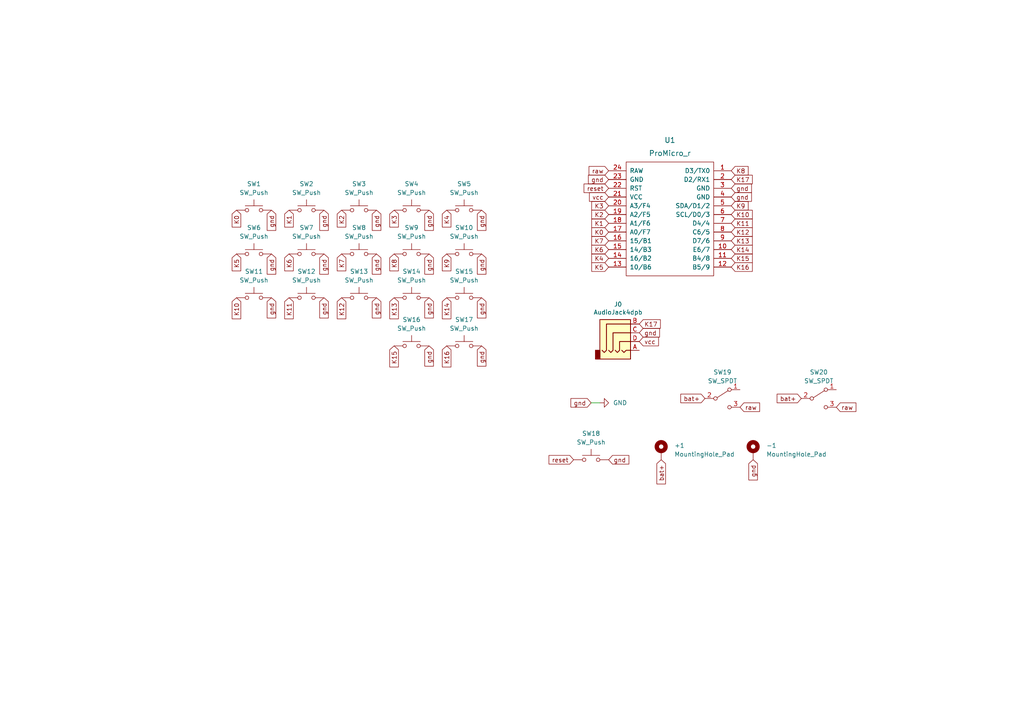
<source format=kicad_sch>
(kicad_sch (version 20211123) (generator eeschema)
  (paper "A4")
  (lib_symbols
    (symbol "Mechanical:MountingHole_Pad" (pin_numbers hide) (pin_names (offset 1.016) hide)
      (property "Reference" "H" (at 0 6.35 0))
      (property "Value" "MountingHole_Pad" (at 0 4.445 0))
      (symbol "MountingHole_Pad_0_1"
        (circle (center 0 1.27) (radius 1.27) (stroke (width 1.27)))
      )
      (symbol "MountingHole_Pad_1_1"
        (pin input line (at 0 -2.54 90) (length 2.54) (name "1") (number "1"))
      )
    )
    (symbol "Switch:SW_Push" (pin_numbers hide) (pin_names (offset 1.016) hide)
      (property "Reference" "SW" (at 1.27 2.54 0))
      (property "Value" "SW_Push" (at 0 -1.524 0))
      (symbol "SW_Push_0_1"
        (circle (center -2.032 0) (radius 0.508))
        (polyline (pts (xy 0 1.27) (xy 0 3.048)))
        (polyline (pts (xy 2.54 1.27) (xy -2.54 1.27)))
        (circle (center 2.032 0) (radius 0.508))
        (pin passive line (at -5.08 0 0) (length 2.54) (name "1") (number "1"))
        (pin passive line (at 5.08 0 180) (length 2.54) (name "2") (number "2"))
      )
    )
    (symbol "Switch:SW_SPDT" (pin_names (offset 0) hide)
      (property "Reference" "SW" (at 0 4.318 0))
      (property "Value" "SW_SPDT" (at 0 -5.08 0))
      (symbol "SW_SPDT_0_0"
        (circle (center -2.032 0) (radius 0.508))
        (circle (center 2.032 -2.54) (radius 0.508))
      )
      (symbol "SW_SPDT_0_1"
        (polyline (pts (xy -1.524 0.254) (xy 1.651 2.286)))
        (circle (center 2.032 2.54) (radius 0.508))
      )
      (symbol "SW_SPDT_1_1"
        (pin passive line (at 5.08 2.54 180) (length 2.54) (name "A") (number "1"))
        (pin passive line (at -5.08 0 0) (length 2.54) (name "B") (number "2"))
        (pin passive line (at 5.08 -2.54 180) (length 2.54) (name "C") (number "3"))
      )
    )
    (symbol "kbd:ProMicro_r" (pin_names (offset 1.016))
      (property "Reference" "U" (at 1.27 22.86 0))
      (property "Value" "ProMicro_r" (at 1.27 -15.24 0))
      (symbol "ProMicro_r_0_1"
        (rectangle (start 13.97 20.32) (end -11.43 -12.7))
      )
      (symbol "ProMicro_r_1_1"
        (pin bidirectional line (at 19.05 17.78 180) (length 5.08) (name "D3/TX0") (number "1"))
        (pin bidirectional line (at 19.05 -5.08 180) (length 5.08) (name "E6/7") (number "10"))
        (pin bidirectional line (at 19.05 -7.62 180) (length 5.08) (name "B4/8") (number "11"))
        (pin bidirectional line (at 19.05 -10.16 180) (length 5.08) (name "B5/9") (number "12"))
        (pin bidirectional line (at -16.51 -10.16 0) (length 5.08) (name "10/B6") (number "13"))
        (pin bidirectional line (at -16.51 -7.62 0) (length 5.08) (name "16/B2") (number "14"))
        (pin bidirectional line (at -16.51 -5.08 0) (length 5.08) (name "14/B3") (number "15"))
        (pin bidirectional line (at -16.51 -2.54 0) (length 5.08) (name "15/B1") (number "16"))
        (pin bidirectional line (at -16.51 0 0) (length 5.08) (name "A0/F7") (number "17"))
        (pin bidirectional line (at -16.51 2.54 0) (length 5.08) (name "A1/F6") (number "18"))
        (pin bidirectional line (at -16.51 5.08 0) (length 5.08) (name "A2/F5") (number "19"))
        (pin bidirectional line (at 19.05 15.24 180) (length 5.08) (name "D2/RX1") (number "2"))
        (pin bidirectional line (at -16.51 7.62 0) (length 5.08) (name "A3/F4") (number "20"))
        (pin power_in line (at -16.51 10.16 0) (length 5.08) (name "VCC") (number "21"))
        (pin input line (at -16.51 12.7 0) (length 5.08) (name "RST") (number "22"))
        (pin power_in line (at -16.51 15.24 0) (length 5.08) (name "GND") (number "23"))
        (pin power_out line (at -16.51 17.78 0) (length 5.08) (name "RAW") (number "24"))
        (pin power_in line (at 19.05 12.7 180) (length 5.08) (name "GND") (number "3"))
        (pin power_in line (at 19.05 10.16 180) (length 5.08) (name "GND") (number "4"))
        (pin bidirectional line (at 19.05 7.62 180) (length 5.08) (name "SDA/D1/2") (number "5"))
        (pin bidirectional line (at 19.05 5.08 180) (length 5.08) (name "SCL/D0/3") (number "6"))
        (pin bidirectional line (at 19.05 2.54 180) (length 5.08) (name "D4/4") (number "7"))
        (pin bidirectional line (at 19.05 0 180) (length 5.08) (name "C6/5") (number "8"))
        (pin bidirectional line (at 19.05 -2.54 180) (length 5.08) (name "D7/6") (number "9"))
      )
    )
    (symbol "power:GND" (power) (pin_names (offset 0))
      (property "Value" "GND" (at 0 -3.81 0))
      (symbol "GND_0_1"
        (polyline (pts (xy 0 0) (xy 0 -1.27) (xy 1.27 -1.27) (xy 0 -2.54) (xy -1.27 -1.27) (xy 0 -1.27)))
      )
      (symbol "GND_1_1"
        (pin power_in line (at 0 0 270) (length 0) hide (name "GND") (number "1"))
      )
    )
    (symbol "tokas_bp:AudioJack4dpb"
      (property "Reference" "J" (at 0 8.89 0))
      (property "Value" "tokas_bp_AudioJack4dpb" (at 0 6.35 0))
      (symbol "AudioJack4dpb_0_1"
        (rectangle (start -6.35 -5.08) (end -7.62 -7.62) (stroke (width 0.254)) (fill (type outline)))
        (polyline (pts (xy 0 -5.08) (xy 0.635 -5.715) (xy 1.27 -5.08) (xy 2.54 -5.08)) (stroke (width 0.254)))
        (polyline (pts (xy -5.715 -5.08) (xy -5.08 -5.715) (xy -4.445 -5.08) (xy -4.445 2.54) (xy 2.54 2.54)) (stroke (width 0.254)))
        (polyline (pts (xy -1.905 -5.08) (xy -1.27 -5.715) (xy -0.635 -5.08) (xy -0.635 -2.54) (xy 2.54 -2.54)) (stroke (width 0.254)))
        (polyline (pts (xy 2.54 0) (xy -2.54 0) (xy -2.54 -5.08) (xy -3.175 -5.715) (xy -3.81 -5.08)) (stroke (width 0.254)))
        (rectangle (start 2.54 3.81) (end -6.35 -7.62) (stroke (width 0.254)) (fill (type background)))
      )
      (symbol "AudioJack4dpb_1_1"
        (pin passive line (at 5.08 -5.08 180) (length 2.54) (name "~") (number "A"))
        (pin passive line (at 5.08 2.54 180) (length 2.54) (name "~") (number "B"))
        (pin passive line (at 5.08 0 180) (length 2.54) (name "~") (number "C"))
        (pin passive line (at 5.08 -2.54 180) (length 2.54) (name "~") (number "D"))
      )
    )
  )
  (wire (pts (xy 171.45 116.84) (xy 173.99 116.84)))
  (global_label "K1" (shape input) (at 176.53 64.77 180) (property "Intersheet References" "${INTERSHEET_REFS}" (effects hide)))
  (global_label "vcc" (shape input) (at 185.42 99.06 0) (property "Intersheet References" "${INTERSHEET_REFS}" (effects hide)))
  (global_label "K13" (shape input) (at 212.09 69.85 0) (property "Intersheet References" "${INTERSHEET_REFS}" (effects hide)))
  (global_label "gnd" (shape input) (at 78.74 60.96 270) (property "Intersheet References" "${INTERSHEET_REFS}" (effects hide)))
  (global_label "K3" (shape input) (at 176.53 59.69 180) (property "Intersheet References" "${INTERSHEET_REFS}" (effects hide)))
  (global_label "gnd" (shape input) (at 78.74 86.36 270) (property "Intersheet References" "${INTERSHEET_REFS}" (effects hide)))
  (global_label "K7" (shape input) (at 176.53 69.85 180) (property "Intersheet References" "${INTERSHEET_REFS}" (effects hide)))
  (global_label "gnd" (shape input) (at 93.98 60.96 270) (property "Intersheet References" "${INTERSHEET_REFS}" (effects hide)))
  (global_label "K9" (shape input) (at 212.09 59.69 0) (property "Intersheet References" "${INTERSHEET_REFS}" (effects hide)))
  (global_label "gnd" (shape input) (at 218.44 133.35 270) (property "Intersheet References" "${INTERSHEET_REFS}" (effects hide)))
  (global_label "gnd" (shape input) (at 78.74 73.66 270) (property "Intersheet References" "${INTERSHEET_REFS}" (effects hide)))
  (global_label "K0" (shape input) (at 68.58 60.96 270) (property "Intersheet References" "${INTERSHEET_REFS}" (effects hide)))
  (global_label "K0" (shape input) (at 176.53 67.31 180) (property "Intersheet References" "${INTERSHEET_REFS}" (effects hide)))
  (global_label "K9" (shape input) (at 129.54 73.66 270) (property "Intersheet References" "${INTERSHEET_REFS}" (effects hide)))
  (global_label "gnd" (shape input) (at 139.7 100.33 270) (property "Intersheet References" "${INTERSHEET_REFS}" (effects hide)))
  (global_label "bat+" (shape input) (at 204.47 115.57 180) (property "Intersheet References" "${INTERSHEET_REFS}" (effects hide)))
  (global_label "K10" (shape input) (at 68.58 86.36 270) (property "Intersheet References" "${INTERSHEET_REFS}" (effects hide)))
  (global_label "gnd" (shape input) (at 212.09 57.15 0) (property "Intersheet References" "${INTERSHEET_REFS}" (effects hide)))
  (global_label "K10" (shape input) (at 212.09 62.23 0) (property "Intersheet References" "${INTERSHEET_REFS}" (effects hide)))
  (global_label "gnd" (shape input) (at 124.46 60.96 270) (property "Intersheet References" "${INTERSHEET_REFS}" (effects hide)))
  (global_label "gnd" (shape input) (at 93.98 86.36 270) (property "Intersheet References" "${INTERSHEET_REFS}" (effects hide)))
  (global_label "reset" (shape input) (at 176.53 54.61 180) (property "Intersheet References" "${INTERSHEET_REFS}" (effects hide)))
  (global_label "gnd" (shape input) (at 109.22 86.36 270) (property "Intersheet References" "${INTERSHEET_REFS}" (effects hide)))
  (global_label "K2" (shape input) (at 176.53 62.23 180) (property "Intersheet References" "${INTERSHEET_REFS}" (effects hide)))
  (global_label "K12" (shape input) (at 99.06 86.36 270) (property "Intersheet References" "${INTERSHEET_REFS}" (effects hide)))
  (global_label "gnd" (shape input) (at 124.46 73.66 270) (property "Intersheet References" "${INTERSHEET_REFS}" (effects hide)))
  (global_label "reset" (shape input) (at 166.37 133.35 180) (property "Intersheet References" "${INTERSHEET_REFS}" (effects hide)))
  (global_label "K5" (shape input) (at 176.53 77.47 180) (property "Intersheet References" "${INTERSHEET_REFS}" (effects hide)))
  (global_label "K2" (shape input) (at 99.06 60.96 270) (property "Intersheet References" "${INTERSHEET_REFS}" (effects hide)))
  (global_label "K17" (shape input) (at 212.09 52.07 0) (property "Intersheet References" "${INTERSHEET_REFS}" (effects hide)))
  (global_label "K17" (shape input) (at 185.42 93.98 0) (property "Intersheet References" "${INTERSHEET_REFS}" (effects hide)))
  (global_label "K13" (shape input) (at 114.3 86.36 270) (property "Intersheet References" "${INTERSHEET_REFS}" (effects hide)))
  (global_label "bat+" (shape input) (at 232.41 115.57 180) (property "Intersheet References" "${INTERSHEET_REFS}" (effects hide)))
  (global_label "gnd" (shape input) (at 109.22 60.96 270) (property "Intersheet References" "${INTERSHEET_REFS}" (effects hide)))
  (global_label "K15" (shape input) (at 114.3 100.33 270) (property "Intersheet References" "${INTERSHEET_REFS}" (effects hide)))
  (global_label "K16" (shape input) (at 212.09 77.47 0) (property "Intersheet References" "${INTERSHEET_REFS}" (effects hide)))
  (global_label "K12" (shape input) (at 212.09 67.31 0) (property "Intersheet References" "${INTERSHEET_REFS}" (effects hide)))
  (global_label "K11" (shape input) (at 83.82 86.36 270) (property "Intersheet References" "${INTERSHEET_REFS}" (effects hide)))
  (global_label "gnd" (shape input) (at 171.45 116.84 180) (property "Intersheet References" "${INTERSHEET_REFS}" (effects hide)))
  (global_label "gnd" (shape input) (at 176.53 133.35 0) (property "Intersheet References" "${INTERSHEET_REFS}" (effects hide)))
  (global_label "K7" (shape input) (at 99.06 73.66 270) (property "Intersheet References" "${INTERSHEET_REFS}" (effects hide)))
  (global_label "K6" (shape input) (at 176.53 72.39 180) (property "Intersheet References" "${INTERSHEET_REFS}" (effects hide)))
  (global_label "raw" (shape input) (at 176.53 49.53 180) (property "Intersheet References" "${INTERSHEET_REFS}" (effects hide)))
  (global_label "K14" (shape input) (at 129.54 86.36 270) (property "Intersheet References" "${INTERSHEET_REFS}" (effects hide)))
  (global_label "K15" (shape input) (at 212.09 74.93 0) (property "Intersheet References" "${INTERSHEET_REFS}" (effects hide)))
  (global_label "gnd" (shape input) (at 109.22 73.66 270) (property "Intersheet References" "${INTERSHEET_REFS}" (effects hide)))
  (global_label "bat+" (shape input) (at 191.77 133.35 270) (property "Intersheet References" "${INTERSHEET_REFS}" (effects hide)))
  (global_label "K8" (shape input) (at 212.09 49.53 0) (property "Intersheet References" "${INTERSHEET_REFS}" (effects hide)))
  (global_label "gnd" (shape input) (at 93.98 73.66 270) (property "Intersheet References" "${INTERSHEET_REFS}" (effects hide)))
  (global_label "K5" (shape input) (at 68.58 73.66 270) (property "Intersheet References" "${INTERSHEET_REFS}" (effects hide)))
  (global_label "K6" (shape input) (at 83.82 73.66 270) (property "Intersheet References" "${INTERSHEET_REFS}" (effects hide)))
  (global_label "K14" (shape input) (at 212.09 72.39 0) (property "Intersheet References" "${INTERSHEET_REFS}" (effects hide)))
  (global_label "K11" (shape input) (at 212.09 64.77 0) (property "Intersheet References" "${INTERSHEET_REFS}" (effects hide)))
  (global_label "gnd" (shape input) (at 185.42 96.52 0) (property "Intersheet References" "${INTERSHEET_REFS}" (effects hide)))
  (global_label "gnd" (shape input) (at 212.09 54.61 0) (property "Intersheet References" "${INTERSHEET_REFS}" (effects hide)))
  (global_label "gnd" (shape input) (at 124.46 86.36 270) (property "Intersheet References" "${INTERSHEET_REFS}" (effects hide)))
  (global_label "gnd" (shape input) (at 176.53 52.07 180) (property "Intersheet References" "${INTERSHEET_REFS}" (effects hide)))
  (global_label "K3" (shape input) (at 114.3 60.96 270) (property "Intersheet References" "${INTERSHEET_REFS}" (effects hide)))
  (global_label "gnd" (shape input) (at 124.46 100.33 270) (property "Intersheet References" "${INTERSHEET_REFS}" (effects hide)))
  (global_label "gnd" (shape input) (at 139.7 73.66 270) (property "Intersheet References" "${INTERSHEET_REFS}" (effects hide)))
  (global_label "raw" (shape input) (at 214.63 118.11 0) (property "Intersheet References" "${INTERSHEET_REFS}" (effects hide)))
  (global_label "gnd" (shape input) (at 139.7 60.96 270) (property "Intersheet References" "${INTERSHEET_REFS}" (effects hide)))
  (global_label "raw" (shape input) (at 242.57 118.11 0) (property "Intersheet References" "${INTERSHEET_REFS}" (effects hide)))
  (global_label "K4" (shape input) (at 129.54 60.96 270) (property "Intersheet References" "${INTERSHEET_REFS}" (effects hide)))
  (global_label "vcc" (shape input) (at 176.53 57.15 180) (property "Intersheet References" "${INTERSHEET_REFS}" (effects hide)))
  (global_label "gnd" (shape input) (at 139.7 86.36 270) (property "Intersheet References" "${INTERSHEET_REFS}" (effects hide)))
  (global_label "K1" (shape input) (at 83.82 60.96 270) (property "Intersheet References" "${INTERSHEET_REFS}" (effects hide)))
  (global_label "K4" (shape input) (at 176.53 74.93 180) (property "Intersheet References" "${INTERSHEET_REFS}" (effects hide)))
  (global_label "K16" (shape input) (at 129.54 100.33 270) (property "Intersheet References" "${INTERSHEET_REFS}" (effects hide)))
  (global_label "K8" (shape input) (at 114.3 73.66 270) (property "Intersheet References" "${INTERSHEET_REFS}" (effects hide)))
  (symbol (lib_id "Switch:SW_Push") (at 134.62 73.66 0) (unit 1)
    (property "Reference" "SW10" (at 134.62 66.04 0))
    (property "Value" "SW_Push" (at 134.62 68.58 0))
    (property "Footprint" "keyswitches:Kailh_socket_MX_optional_reversible" (effects hide))
  )
  (symbol (lib_id "Switch:SW_Push") (at 88.9 86.36 0) (unit 1)
    (property "Reference" "SW12" (at 88.9 78.74 0))
    (property "Value" "SW_Push" (at 88.9 81.28 0))
    (property "Footprint" "keyswitches:Kailh_socket_MX_optional_reversible" (effects hide))
  )
  (symbol (lib_id "Switch:SW_Push") (at 88.9 73.66 0) (unit 1)
    (property "Reference" "SW7" (at 88.9 66.04 0))
    (property "Value" "SW_Push" (at 88.9 68.58 0))
    (property "Footprint" "keyswitches:Kailh_socket_MX_optional_reversible" (effects hide))
  )
  (symbol (lib_id "Switch:SW_Push") (at 171.45 133.35 0) (unit 1)
    (property "Reference" "SW18" (at 171.45 125.73 0))
    (property "Value" "SW_Push" (at 171.45 128.27 0))
    (property "Footprint" "kbd:ResetSW" (effects hide))
  )
  (symbol (lib_id "Switch:SW_SPDT") (at 209.55 115.57 0) (unit 1)
    (property "Reference" "SW19" (at 209.55 107.95 0))
    (property "Value" "SW_SPDT" (at 209.55 110.49 0))
    (property "Footprint" "Button_Switch_SMD:SW_SPDT_PCM12" (effects hide))
  )
  (symbol (lib_id "Switch:SW_Push") (at 73.66 86.36 0) (unit 1)
    (property "Reference" "SW11" (at 73.66 78.74 0))
    (property "Value" "SW_Push" (at 73.66 81.28 0))
    (property "Footprint" "keyswitches:Kailh_socket_MX_optional_reversible" (effects hide))
  )
  (symbol (lib_id "tokas_bp:AudioJack4dpb") (at 180.34 96.52 0) (unit 1)
    (property "Reference" "J0" (at 179.2478 88.265 0))
    (property "Value" "AudioJack4dpb" (at 179.2478 90.5764 0))
    (property "Footprint" "kbd:MJ-4PP-9" (effects hide))
  )
  (symbol (lib_id "Switch:SW_Push") (at 73.66 60.96 0) (unit 1)
    (property "Reference" "SW1" (at 73.66 53.34 0))
    (property "Value" "SW_Push" (at 73.66 55.88 0))
    (property "Footprint" "keyswitches:Kailh_socket_MX_optional_reversible" (effects hide))
  )
  (symbol (lib_id "Switch:SW_Push") (at 134.62 100.33 0) (unit 1)
    (property "Reference" "SW17" (at 134.62 92.71 0))
    (property "Value" "SW_Push" (at 134.62 95.25 0))
    (property "Footprint" "keyswitches:Kailh_socket_MX_optional_reversible" (effects hide))
  )
  (symbol (lib_id "Switch:SW_Push") (at 73.66 73.66 0) (unit 1)
    (property "Reference" "SW6" (at 73.66 66.04 0))
    (property "Value" "SW_Push" (at 73.66 68.58 0))
    (property "Footprint" "keyswitches:Kailh_socket_MX_optional_reversible" (effects hide))
  )
  (symbol (lib_id "Switch:SW_Push") (at 134.62 60.96 0) (unit 1)
    (property "Reference" "SW5" (at 134.62 53.34 0))
    (property "Value" "SW_Push" (at 134.62 55.88 0))
    (property "Footprint" "keyswitches:Kailh_socket_MX_optional_reversible" (effects hide))
  )
  (symbol (lib_id "Switch:SW_Push") (at 104.14 73.66 0) (unit 1)
    (property "Reference" "SW8" (at 104.14 66.04 0))
    (property "Value" "SW_Push" (at 104.14 68.58 0))
    (property "Footprint" "keyswitches:Kailh_socket_MX_optional_reversible" (effects hide))
  )
  (symbol (lib_id "Switch:SW_Push") (at 119.38 100.33 0) (unit 1)
    (property "Reference" "SW16" (at 119.38 92.71 0))
    (property "Value" "SW_Push" (at 119.38 95.25 0))
    (property "Footprint" "keyswitches:Kailh_socket_MX_optional_reversible" (effects hide))
  )
  (symbol (lib_id "Mechanical:MountingHole_Pad") (at 218.44 130.81 0) (unit 1)
    (property "Reference" "-1" (at 222.25 129.2224 0) (effects (justify left)))
    (property "Value" "MountingHole_Pad" (at 222.25 131.7624 0) (effects (justify left)))
    (property "Footprint" "kbd:1pin_conn" (effects hide))
  )
  (symbol (lib_id "Switch:SW_Push") (at 104.14 60.96 0) (unit 1)
    (property "Reference" "SW3" (at 104.14 53.34 0))
    (property "Value" "SW_Push" (at 104.14 55.88 0))
    (property "Footprint" "keyswitches:Kailh_socket_MX_optional_reversible" (effects hide))
  )
  (symbol (lib_id "power:GND") (at 173.99 116.84 90) (unit 1)
    (property "Reference" "#PWR0101" (effects hide))
    (property "Value" "GND" (at 177.8 116.8399 90) (effects (justify right)))
  )
  (symbol (lib_id "Switch:SW_Push") (at 119.38 60.96 0) (unit 1)
    (property "Reference" "SW4" (at 119.38 53.34 0))
    (property "Value" "SW_Push" (at 119.38 55.88 0))
    (property "Footprint" "keyswitches:Kailh_socket_MX_optional_reversible" (effects hide))
  )
  (symbol (lib_id "Switch:SW_Push") (at 88.9 60.96 0) (unit 1)
    (property "Reference" "SW2" (at 88.9 53.34 0))
    (property "Value" "SW_Push" (at 88.9 55.88 0))
    (property "Footprint" "keyswitches:Kailh_socket_MX_optional_reversible" (effects hide))
  )
  (symbol (lib_id "Switch:SW_SPDT") (at 237.49 115.57 0) (unit 1)
    (property "Reference" "SW20" (at 237.49 107.95 0))
    (property "Value" "SW_SPDT" (at 237.49 110.49 0))
    (property "Footprint" "Button_Switch_SMD:SW_SPDT_PCM12" (effects hide))
  )
  (symbol (lib_id "kbd:ProMicro_r") (at 193.04 67.31 0) (unit 1)
    (property "Reference" "U1" (at 194.31 40.64 0) (effects (font (size 1.524 1.524))))
    (property "Value" "ProMicro_r" (at 194.31 44.45 0) (effects (font (size 1.524 1.524))))
    (property "Footprint" "kbd:ProMicro_v3.5" (effects hide))
  )
  (symbol (lib_id "Switch:SW_Push") (at 104.14 86.36 0) (unit 1)
    (property "Reference" "SW13" (at 104.14 78.74 0))
    (property "Value" "SW_Push" (at 104.14 81.28 0))
    (property "Footprint" "keyswitches:Kailh_socket_MX_optional_reversible" (effects hide))
  )
  (symbol (lib_id "Switch:SW_Push") (at 134.62 86.36 0) (unit 1)
    (property "Reference" "SW15" (at 134.62 78.74 0))
    (property "Value" "SW_Push" (at 134.62 81.28 0))
    (property "Footprint" "keyswitches:Kailh_socket_MX_optional_reversible" (effects hide))
  )
  (symbol (lib_id "Switch:SW_Push") (at 119.38 73.66 0) (unit 1)
    (property "Reference" "SW9" (at 119.38 66.04 0))
    (property "Value" "SW_Push" (at 119.38 68.58 0))
    (property "Footprint" "keyswitches:Kailh_socket_MX_optional_reversible" (effects hide))
  )
  (symbol (lib_id "Switch:SW_Push") (at 119.38 86.36 0) (unit 1)
    (property "Reference" "SW14" (at 119.38 78.74 0))
    (property "Value" "SW_Push" (at 119.38 81.28 0))
    (property "Footprint" "keyswitches:Kailh_socket_MX_optional_reversible" (effects hide))
  )
  (symbol (lib_id "Mechanical:MountingHole_Pad") (at 191.77 130.81 0) (unit 1)
    (property "Reference" "+1" (at 195.58 129.2224 0) (effects (justify left)))
    (property "Value" "MountingHole_Pad" (at 195.58 131.7624 0) (effects (justify left)))
    (property "Footprint" "kbd:1pin_conn" (effects hide))
  )
)
</source>
